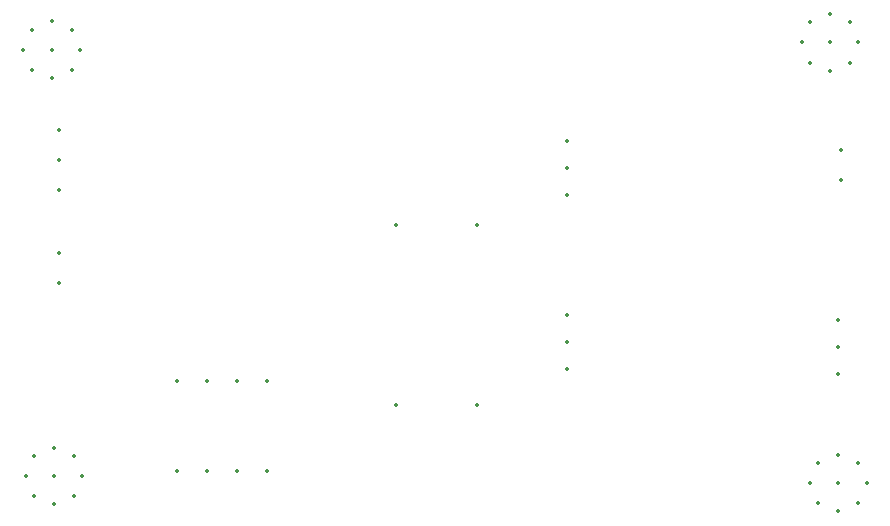
<source format=gbo>
%TF.GenerationSoftware,KiCad,Pcbnew,8.0.8*%
%TF.CreationDate,2025-01-31T21:35:26+01:00*%
%TF.ProjectId,BufferCorrente,42756666-6572-4436-9f72-72656e74652e,rev?*%
%TF.SameCoordinates,Original*%
%TF.FileFunction,Legend,Bot*%
%TF.FilePolarity,Positive*%
%FSLAX46Y46*%
G04 Gerber Fmt 4.6, Leading zero omitted, Abs format (unit mm)*
G04 Created by KiCad (PCBNEW 8.0.8) date 2025-01-31 21:35:26*
%MOMM*%
%LPD*%
G01*
G04 APERTURE LIST*
%ADD10C,0.350000*%
G04 APERTURE END LIST*
D10*
X133180000Y-117020000D03*
X135720000Y-117020000D03*
X138260000Y-117020000D03*
X140800000Y-117020000D03*
X140800000Y-109400000D03*
X138260000Y-109400000D03*
X135720000Y-109400000D03*
X133180000Y-109400000D03*
X151800000Y-96180000D03*
X151800000Y-111420000D03*
X158600000Y-96180000D03*
X158600000Y-111420000D03*
X189200000Y-108760000D03*
X189200000Y-106480000D03*
X189200000Y-104200000D03*
X166200000Y-103800000D03*
X166200000Y-106080000D03*
X166200000Y-108360000D03*
X166200000Y-93600000D03*
X166200000Y-91320000D03*
X166200000Y-89040000D03*
X123200000Y-93200000D03*
X123200000Y-90660000D03*
X123200000Y-88120000D03*
X189400000Y-92340000D03*
X189400000Y-89800000D03*
X123200000Y-101060000D03*
X123200000Y-98520000D03*
X186800000Y-118000000D03*
X187502944Y-116302944D03*
X187502944Y-119697056D03*
X189200000Y-115600000D03*
X189200000Y-118000000D03*
X189200000Y-120400000D03*
X190897056Y-116302944D03*
X190897056Y-119697056D03*
X191600000Y-118000000D03*
X186102944Y-80697056D03*
X186805888Y-79000000D03*
X186805888Y-82394112D03*
X188502944Y-78297056D03*
X188502944Y-80697056D03*
X188502944Y-83097056D03*
X190200000Y-79000000D03*
X190200000Y-82394112D03*
X190902944Y-80697056D03*
X120400000Y-117400000D03*
X121102944Y-115702944D03*
X121102944Y-119097056D03*
X122800000Y-115000000D03*
X122800000Y-117400000D03*
X122800000Y-119800000D03*
X124497056Y-115702944D03*
X124497056Y-119097056D03*
X125200000Y-117400000D03*
X125000000Y-81297056D03*
X124297056Y-82994112D03*
X124297056Y-79600000D03*
X122600000Y-83697056D03*
X122600000Y-81297056D03*
X122600000Y-78897056D03*
X120902944Y-82994112D03*
X120902944Y-79600000D03*
X120200000Y-81297056D03*
M02*

</source>
